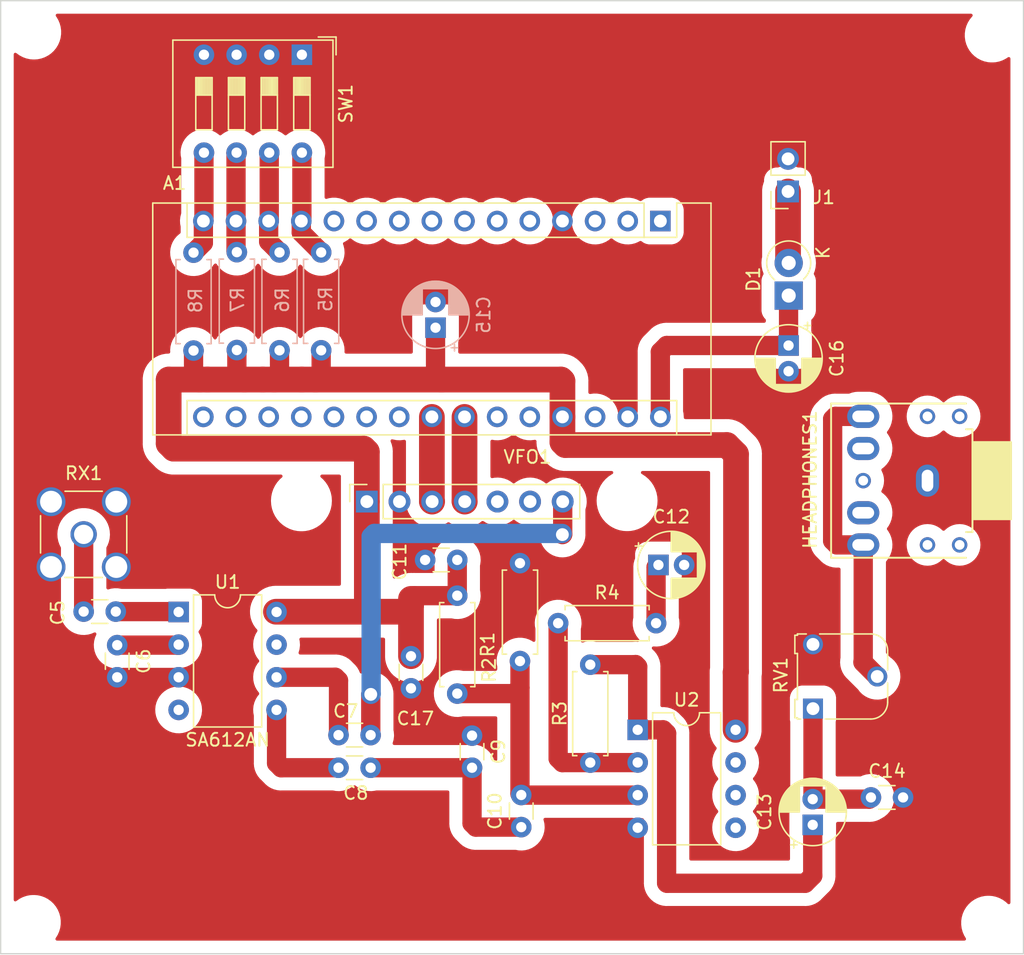
<source format=kicad_pcb>
(kicad_pcb (version 20211014) (generator pcbnew)
  (layers (0 "F.Cu" signal) (31 "B.Cu" signal) (34 "B.Paste" user) (35 "F.Paste" user) (36 "B.SilkS" user "B.Silkscreen") (37 "F.SilkS" user "F.Silkscreen") (38 "B.Mask" user) (39 "F.Mask" user) (44 "Edge.Cuts" user))
  (net 0 "")
  (net 1 "GND")
  (net 5 "Net-(A1-Pad12)")
  (net 10 "Net-(A1-Pad13)")
  (net 11 "Net-(A1-Pad14)")
  (net 12 "Net-(A1-Pad15)")
  (net 13 "Net-(A1-Pad23)")
  (net 25 "+5V")
  (net 30 "Net-(A1-Pad24)")
  (net 31 "Net-(A1-Pad30)")
  (net 32 "Net-(D1-Pad2)")
  (net 33 "Net-(C5-Pad1)")
  (net 35 "Net-(C7-Pad1)")
  (net 36 "Net-(C7-Pad2)")
  (net 38 "Net-(C8-Pad1)")
  (net 39 "Net-(C10-Pad1)")
  (net 40 "Net-(C10-Pad2)")
  (net 41 "Net-(C13-Pad2)")
  (net 42 "Net-(R3-Pad1)")
  (net 43 "Net-(C13-Pad1)")
  (net 44 "Net-(C12-Pad1)")
  (net 45 "Net-(HEADPHONES1-PadR)")
  (net 46 "Net-(C5-Pad2)")
  (net 47 "Net-(C6-Pad1)")
  (footprint "Connector_PinSocket_2.54mm:PinSocket_1x07_P2.54mm_Vertical" (layer "F.Cu") (at 101.935 104.69 90)
    (fp_text reference "VFO1" (at 3.47 12.5 180) (layer "F.SilkS"))
    (fp_text value "SI5351 Module (VFO)" hide)
    (pad "1" thru_hole rect locked (at 0 0 90) (size 1.7 1.7) (drill 1) (layers *.Cu *.Mask) (net 25 "+5V"))
    (pad "2" thru_hole oval locked (at 0 2.54 90) (size 1.7 1.7) (drill 1) (layers *.Cu *.Mask) (net 1 "GND"))
    (pad "3" thru_hole oval locked (at 0 5.08 90) (size 1.7 1.7) (drill 1) (layers *.Cu *.Mask) (net 13 "Net-(A1-Pad23)"))
    (pad "4" thru_hole oval locked (at 0 7.62 90) (size 1.7 1.7) (drill 1) (layers *.Cu *.Mask) (net 30 "Net-(A1-Pad24)"))
    (pad "5" thru_hole oval locked (at 0 10.16 90) (size 1.7 1.7) (drill 1) (layers *.Cu *.Mask))
    (pad "6" thru_hole oval locked (at 0 12.7 90) (size 1.7 1.7) (drill 1) (layers *.Cu *.Mask))
    (pad "7" thru_hole oval locked (at 0 15.24 90) (size 1.7 1.7) (drill 1) (layers *.Cu *.Mask) (net 36 "Net-(C7-Pad2)"))
  )
  (footprint "MountingHole:MountingHole_2.2mm_M2" (layer "F.Cu") (at 150.3 137.48)
    (fp_text reference "H4" hide)
    (fp_text value "MountingHole" hide)
    (pad "" np_thru_hole circle (at 0 0) (size 2.2 2.2) (drill 2.2) (layers *.Cu *.Mask))
  )
  (footprint "Capacitor_THT:CP_Radial_D5.0mm_P2.00mm" (layer "F.Cu") (at 124.624888 109.62)
    (fp_text reference "C12" (at 1 -3.75) (layer "F.SilkS"))
    (fp_text value "1uF/16V" hide)
    (pad "1" thru_hole rect (at 0 0) (size 1.6 1.6) (drill 0.8) (layers *.Cu *.Mask) (net 44 "Net-(C12-Pad1)"))
    (pad "2" thru_hole circle (at 2 0) (size 1.6 1.6) (drill 0.8) (layers *.Cu *.Mask) (net 1 "GND"))
  )
  (footprint "MountingHole:MountingHole_2.7mm_M2.5" (layer "F.Cu") (at 96.845 104.63)
    (fp_text reference "S1" hide)
    (fp_text value "MountingHole" hide)
    (pad "" np_thru_hole circle (at 0 0) (size 2.7 2.7) (drill 2.7) (layers *.Cu *.Mask))
  )
  (footprint "MountingHole:MountingHole_2.7mm_M2.5" (layer "F.Cu") (at 122.185 104.62)
    (fp_text reference "S2" hide)
    (fp_text value "MountingHole" hide)
    (pad "" np_thru_hole circle (at 0 0) (size 2.7 2.7) (drill 2.7) (layers *.Cu *.Mask))
  )
  (footprint "Capacitor_THT:C_Disc_D3.0mm_W1.6mm_P2.50mm" (layer "F.Cu") (at 82.51 115.86 -90)
    (fp_text reference "C6" (at 1.25 -2.05 90) (layer "F.SilkS"))
    (fp_text value "10nF")
    (pad "1" thru_hole circle (at 0 0 270) (size 1.6 1.6) (drill 0.8) (layers *.Cu *.Mask) (net 47 "Net-(C6-Pad1)"))
    (pad "2" thru_hole circle (at 2.5 0 270) (size 1.6 1.6) (drill 0.8) (layers *.Cu *.Mask) (net 1 "GND"))
  )
  (footprint "Resistor_THT:R_Axial_DIN0207_L6.3mm_D2.5mm_P7.62mm_Horizontal" (layer "F.Cu") (at 119.32 125 90)
    (fp_text reference "R3" (at 3.81 -2.37 90) (layer "F.SilkS"))
    (fp_text value "560K" hide)
    (pad "1" thru_hole circle (at 0 0 90) (size 1.6 1.6) (drill 0.8) (layers *.Cu *.Mask) (net 42 "Net-(R3-Pad1)"))
    (pad "2" thru_hole oval (at 7.62 0 90) (size 1.6 1.6) (drill 0.8) (layers *.Cu *.Mask) (net 43 "Net-(C13-Pad1)"))
  )
  (footprint "Capacitor_THT:CP_Radial_D5.0mm_P2.00mm" (layer "F.Cu") (at 136.63 129.845112 90)
    (fp_text reference "C13" (at 1 -3.75 90) (layer "F.SilkS"))
    (fp_text value "2.2uF/16V" hide)
    (pad "1" thru_hole rect (at 0 0 90) (size 1.6 1.6) (drill 0.8) (layers *.Cu *.Mask) (net 43 "Net-(C13-Pad1)"))
    (pad "2" thru_hole circle (at 2 0 90) (size 1.6 1.6) (drill 0.8) (layers *.Cu *.Mask) (net 41 "Net-(C13-Pad2)"))
  )
  (footprint "Package_DIP:DIP-8_W7.62mm" (layer "F.Cu") (at 123.01 122.45)
    (fp_text reference "U2" (at 3.81 -2.33) (layer "F.SilkS"))
    (fp_text value "LM358")
    (pad "1" thru_hole rect (at 0 0) (size 1.6 1.6) (drill 0.8) (layers *.Cu *.Mask) (net 43 "Net-(C13-Pad1)"))
    (pad "2" thru_hole oval (at 0 2.54) (size 1.6 1.6) (drill 0.8) (layers *.Cu *.Mask) (net 42 "Net-(R3-Pad1)"))
    (pad "3" thru_hole oval (at 0 5.08) (size 1.6 1.6) (drill 0.8) (layers *.Cu *.Mask) (net 40 "Net-(C10-Pad2)"))
    (pad "4" thru_hole oval (at 0 7.62) (size 1.6 1.6) (drill 0.8) (layers *.Cu *.Mask) (net 1 "GND"))
    (pad "5" thru_hole oval (at 7.62 7.62) (size 1.6 1.6) (drill 0.8) (layers *.Cu *.Mask))
    (pad "6" thru_hole oval (at 7.62 5.08) (size 1.6 1.6) (drill 0.8) (layers *.Cu *.Mask))
    (pad "7" thru_hole oval (at 7.62 2.54) (size 1.6 1.6) (drill 0.8) (layers *.Cu *.Mask))
    (pad "8" thru_hole oval (at 7.62 0) (size 1.6 1.6) (drill 0.8) (layers *.Cu *.Mask) (net 25 "+5V"))
  )
  (footprint "Capacitor_THT:C_Disc_D3.0mm_W1.6mm_P2.50mm" (layer "F.Cu") (at 108.97 109.23 180)
    (fp_text reference "C11" (at 4.48 -0.14 90) (layer "F.SilkS"))
    (fp_text value "100nF" hide)
    (pad "1" thru_hole circle (at 0 0 180) (size 1.6 1.6) (drill 0.8) (layers *.Cu *.Mask) (net 25 "+5V"))
    (pad "2" thru_hole circle (at 2.5 0 180) (size 1.6 1.6) (drill 0.8) (layers *.Cu *.Mask) (net 1 "GND"))
  )
  (footprint "Capacitor_THT:CP_Radial_D5.0mm_P2.00mm" (layer "F.Cu") (at 134.75 92.544888 -90)
    (fp_text reference "C16" (at 1 -3.75 90) (layer "F.SilkS"))
    (fp_text value "100uF/16V")
    (pad "1" thru_hole rect (at 0 0 270) (size 1.6 1.6) (drill 0.8) (layers *.Cu *.Mask) (net 31 "Net-(A1-Pad30)"))
    (pad "2" thru_hole circle (at 2 0 270) (size 1.6 1.6) (drill 0.8) (layers *.Cu *.Mask) (net 1 "GND"))
  )
  (footprint "MountingHole:MountingHole_2.2mm_M2" (layer "F.Cu") (at 150.58 68.4)
    (fp_text reference "H2" hide)
    (fp_text value "MountingHole" hide)
    (pad "" np_thru_hole circle (at 0 0) (size 2.2 2.2) (drill 2.2) (layers *.Cu *.Mask))
  )
  (footprint "Resistor_THT:R_Axial_DIN0207_L6.3mm_D2.5mm_P7.62mm_Horizontal" (layer "F.Cu") (at 108.97 112.01 -90)
    (fp_text reference "R1" (at 3.81 -2.37 -90) (layer "F.SilkS"))
    (fp_text value "120K")
    (pad "1" thru_hole circle (at 0 0 270) (size 1.6 1.6) (drill 0.8) (layers *.Cu *.Mask) (net 25 "+5V"))
    (pad "2" thru_hole oval (at 7.62 0 270) (size 1.6 1.6) (drill 0.8) (layers *.Cu *.Mask) (net 40 "Net-(C10-Pad2)"))
  )
  (footprint "Package_DIP:DIP-8_W7.62mm" (layer "F.Cu") (at 87.29 113.28)
    (fp_text reference "U1" (at 3.81 -2.33) (layer "F.SilkS"))
    (fp_text value "SA612AN" (at 3.81 9.95) (layer "F.SilkS"))
    (pad "1" thru_hole rect (at 0 0) (size 1.6 1.6) (drill 0.8) (layers *.Cu *.Mask) (net 46 "Net-(C5-Pad2)"))
    (pad "2" thru_hole oval (at 0 2.54) (size 1.6 1.6) (drill 0.8) (layers *.Cu *.Mask) (net 47 "Net-(C6-Pad1)"))
    (pad "3" thru_hole oval (at 0 5.08) (size 1.6 1.6) (drill 0.8) (layers *.Cu *.Mask) (net 1 "GND"))
    (pad "4" thru_hole oval (at 0 7.62) (size 1.6 1.6) (drill 0.8) (layers *.Cu *.Mask))
    (pad "5" thru_hole oval (at 7.62 7.62) (size 1.6 1.6) (drill 0.8) (layers *.Cu *.Mask) (net 38 "Net-(C8-Pad1)"))
    (pad "6" thru_hole oval (at 7.62 5.08) (size 1.6 1.6) (drill 0.8) (layers *.Cu *.Mask) (net 35 "Net-(C7-Pad1)"))
    (pad "7" thru_hole oval (at 7.62 2.54) (size 1.6 1.6) (drill 0.8) (layers *.Cu *.Mask))
    (pad "8" thru_hole oval (at 7.62 0) (size 1.6 1.6) (drill 0.8) (layers *.Cu *.Mask) (net 25 "+5V"))
  )
  (footprint "Capacitor_THT:C_Disc_D3.0mm_W1.6mm_P2.50mm" (layer "F.Cu") (at 141.16 127.71)
    (fp_text reference "C14" (at 1.25 -2.05) (layer "F.SilkS"))
    (fp_text value "10nF" hide)
    (pad "1" thru_hole circle (at 0 0) (size 1.6 1.6) (drill 0.8) (layers *.Cu *.Mask) (net 41 "Net-(C13-Pad2)"))
    (pad "2" thru_hole circle (at 2.5 0) (size 1.6 1.6) (drill 0.8) (layers *.Cu *.Mask) (net 1 "GND"))
  )
  (footprint "Button_Switch_THT:SW_DIP_SPSTx04_Slide_9.78x12.34mm_W7.62mm_P2.54mm" (layer "F.Cu") (at 96.88 69.92 -90)
    (fp_text reference "SW1" (at 3.81 -3.42 90) (layer "F.SilkS"))
    (fp_text value "SW_DIP_x04")
    (pad "1" thru_hole rect (at 0 0 270) (size 1.6 1.6) (drill 0.8) (layers *.Cu *.Mask) (net 1 "GND"))
    (pad "2" thru_hole oval (at 0 2.54 270) (size 1.6 1.6) (drill 0.8) (layers *.Cu *.Mask) (net 1 "GND"))
    (pad "3" thru_hole oval (at 0 5.08 270) (size 1.6 1.6) (drill 0.8) (layers *.Cu *.Mask) (net 1 "GND"))
    (pad "4" thru_hole oval (at 0 7.62 270) (size 1.6 1.6) (drill 0.8) (layers *.Cu *.Mask) (net 1 "GND"))
    (pad "5" thru_hole oval (at 7.62 7.62 270) (size 1.6 1.6) (drill 0.8) (layers *.Cu *.Mask) (net 12 "Net-(A1-Pad15)"))
    (pad "6" thru_hole oval (at 7.62 5.08 270) (size 1.6 1.6) (drill 0.8) (layers *.Cu *.Mask) (net 11 "Net-(A1-Pad14)"))
    (pad "7" thru_hole oval (at 7.62 2.54 270) (size 1.6 1.6) (drill 0.8) (layers *.Cu *.Mask) (net 10 "Net-(A1-Pad13)"))
    (pad "8" thru_hole oval (at 7.62 0 270) (size 1.6 1.6) (drill 0.8) (layers *.Cu *.Mask) (net 5 "Net-(A1-Pad12)"))
  )
  (footprint "Connector_Coaxial:SMA_Amphenol_901-144_Vertical" (layer "F.Cu") (at 79.9 107.24)
    (fp_text reference "RX1" (at 0 -4.75) (layer "F.SilkS"))
    (fp_text value "SMA")
    (pad "1" thru_hole circle (at 0 0) (size 2.05 2.05) (drill 1.5) (layers *.Cu *.Mask) (net 33 "Net-(C5-Pad1)"))
    (pad "2" thru_hole circle (at -2.54 -2.54) (size 2.25 2.25) (drill 1.7) (layers *.Cu *.Mask) (net 1 "GND"))
    (pad "2" thru_hole circle (at 2.54 2.54) (size 2.25 2.25) (drill 1.7) (layers *.Cu *.Mask) (net 1 "GND"))
    (pad "2" thru_hole circle (at 2.54 -2.54) (size 2.25 2.25) (drill 1.7) (layers *.Cu *.Mask) (net 1 "GND"))
    (pad "2" thru_hole circle (at -2.54 2.54) (size 2.25 2.25) (drill 1.7) (layers *.Cu *.Mask) (net 1 "GND"))
  )
  (footprint "Capacitor_THT:C_Disc_D3.0mm_W1.6mm_P2.50mm" (layer "F.Cu") (at 110.12 122.9 -90)
    (fp_text reference "C9" (at 1.25 -2.05 90) (layer "F.SilkS"))
    (fp_text value "10nF" hide)
    (pad "1" thru_hole circle (at 0 0 270) (size 1.6 1.6) (drill 0.8) (layers *.Cu *.Mask) (net 1 "GND"))
    (pad "2" thru_hole circle (at 2.5 0 270) (size 1.6 1.6) (drill 0.8) (layers *.Cu *.Mask) (net 39 "Net-(C10-Pad1)"))
  )
  (footprint "MountingHole:MountingHole_2.2mm_M2" (layer "F.Cu") (at 76 137.42)
    (fp_text reference "H3" hide)
    (fp_text value "MountingHole" hide)
    (pad "" np_thru_hole circle (at 0 0) (size 2.2 2.2) (drill 2.2) (layers *.Cu *.Mask))
  )
  (footprint "footprints:PJ-307" (layer "F.Cu") (at 142.56 103.06 180)
    (fp_text reference "HEADPHONES1" (at 6.14 0.08 90) (layer "F.SilkS"))
    (fp_text value "AudioJack3_SwitchTR" hide)
    (pad "" np_thru_hole circle (at -3 5 180) (size 1.2 1.2) (drill 0.762) (layers *.Cu *.Mask))
    (pad "" np_thru_hole circle (at 2 0 180) (size 1.2 1.2) (drill 0.762) (layers *.Cu *.Mask))
    (pad "" np_thru_hole circle (at -5.5 5 180) (size 1.2 1.2) (drill 0.762) (layers *.Cu *.Mask))
    (pad "" np_thru_hole circle (at -5.5 -5 180) (size 1.2 1.2) (drill 0.762) (layers *.Cu *.Mask))
    (pad "" np_thru_hole circle (at -3 -5 180) (size 1.2 1.2) (drill 0.762) (layers *.Cu *.Mask))
    (pad "R" thru_hole oval (at 2 -5 180) (size 2.5 1.8) (drill oval 1.7 0.9) (layers *.Cu *.Mask) (net 45 "Net-(HEADPHONES1-PadR)"))
    (pad "RN" thru_hole oval (at 2 -2.5 180) (size 2.5 1.8) (drill oval 1.7 0.9) (layers *.Cu *.Mask))
    (pad "S" thru_hole oval (at -3 0 270) (size 2.5 1.8) (drill oval 1.7 0.9) (layers *.Cu *.Mask) (net 1 "GND"))
    (pad "T" thru_hole oval (at 2 5 180) (size 2.5 1.8) (drill oval 1.7 0.9) (layers *.Cu *.Mask) (net 45 "Net-(HEADPHONES1-PadR)"))
    (pad "TN" thru_hole oval (at 2 2.5 180) (size 2.5 1.8) (drill oval 1.7 0.9) (layers *.Cu *.Mask))
  )
  (footprint "Potentiometer_THT:Potentiometer_Runtron_RM-065_Vertical" (layer "F.Cu") (at 136.65 120.8 90)
    (fp_text reference "RV1" (at 2.6 -2.5 90) (layer "F.SilkS"))
    (fp_text value "10k")
    (pad "1" thru_hole rect (at 0 0 90) (size 1.56 1.56) (drill 1) (layers *.Cu *.Mask) (net 41 "Net-(C13-Pad2)"))
    (pad "2" thru_hole circle (at 2.5 5 90) (size 1.56 1.56) (drill 1) (layers *.Cu *.Mask) (net 45 "Net-(HEADPHONES1-PadR)"))
    (pad "3" thru_hole circle (at 5 0 90) (size 1.56 1.56) (drill 1) (layers *.Cu *.Mask) (net 1 "GND"))
  )
  (footprint "Capacitor_THT:C_Disc_D3.0mm_W1.6mm_P2.50mm" (layer "F.Cu") (at 113.95 130.02 90)
    (fp_text reference "C10" (at 1.25 -2.05 90) (layer "F.SilkS"))
    (fp_text value "100nF")
    (pad "1" thru_hole circle (at 0 0 90) (size 1.6 1.6) (drill 0.8) (layers *.Cu *.Mask) (net 39 "Net-(C10-Pad1)"))
    (pad "2" thru_hole circle (at 2.5 0 90) (size 1.6 1.6) (drill 0.8) (layers *.Cu *.Mask) (net 40 "Net-(C10-Pad2)"))
  )
  (footprint "Resistor_THT:R_Axial_DIN0207_L6.3mm_D2.5mm_P7.62mm_Horizontal" (layer "F.Cu") (at 116.82 114.15)
    (fp_text reference "R4" (at 3.81 -2.37) (layer "F.SilkS"))
    (fp_text value "10K" hide)
    (pad "1" thru_hole circle (at 0 0) (size 1.6 1.6) (drill 0.8) (layers *.Cu *.Mask) (net 42 "Net-(R3-Pad1)"))
    (pad "2" thru_hole oval (at 7.62 0) (size 1.6 1.6) (drill 0.8) (layers *.Cu *.Mask) (net 44 "Net-(C12-Pad1)"))
  )
  (footprint "Diode_THT:D_DO-41_SOD81_P2.54mm_Vertical_KathodeUp" (layer "F.Cu") (at 134.76 88.66 90)
    (fp_text reference "D1" (at 1.27 -2.750635 90) (layer "F.SilkS"))
    (fp_text value "1N4001" hide)
    (fp_text user "K" (at 3.34 2.67 90) (layer "F.SilkS"))
    (pad "1" thru_hole rect (at 0 0 90) (size 2.2 2.2) (drill 1.1) (layers *.Cu *.Mask) (net 31 "Net-(A1-Pad30)"))
    (pad "2" thru_hole oval (at 2.54 0 90) (size 2.2 2.2) (drill 1.1) (layers *.Cu *.Mask) (net 32 "Net-(D1-Pad2)"))
  )
  (footprint "MountingHole:MountingHole_2.2mm_M2" (layer "F.Cu") (at 76.03 68.17)
    (fp_text reference "H1" hide)
    (fp_text value "MountingHole" hide)
    (pad "" np_thru_hole circle (at 0 0) (size 2.2 2.2) (drill 2.2) (layers *.Cu *.Mask))
  )
  (footprint "Capacitor_THT:C_Disc_D3.0mm_W1.6mm_P2.50mm" (layer "F.Cu") (at 99.73 122.86)
    (fp_text reference "C7" (at 0.56 -1.87) (layer "F.SilkS"))
    (fp_text value "33pF" hide)
    (pad "1" thru_hole circle (at 0 0) (size 1.6 1.6) (drill 0.8) (layers *.Cu *.Mask) (net 35 "Net-(C7-Pad1)"))
    (pad "2" thru_hole circle (at 2.5 0) (size 1.6 1.6) (drill 0.8) (layers *.Cu *.Mask) (net 36 "Net-(C7-Pad2)"))
  )
  (footprint "Capacitor_THT:C_Disc_D3.0mm_W1.6mm_P2.50mm" (layer "F.Cu") (at 99.73 125.4)
    (fp_text reference "C8" (at 1.35 1.97) (layer "F.SilkS"))
    (fp_text value "100nF" hide)
    (pad "1" thru_hole circle (at 0 0) (size 1.6 1.6) (drill 0.8) (layers *.Cu *.Mask) (net 38 "Net-(C8-Pad1)"))
    (pad "2" thru_hole circle (at 2.5 0) (size 1.6 1.6) (drill 0.8) (layers *.Cu *.Mask) (net 39 "Net-(C10-Pad1)"))
  )
  (footprint "Resistor_THT:R_Axial_DIN0207_L6.3mm_D2.5mm_P7.62mm_Horizontal" (layer "F.Cu") (at 113.85 117.1 90)
    (fp_text reference "R2" (at -0.7 -2.4 90) (layer "F.SilkS"))
    (fp_text value "120K" hide)
    (pad "1" thru_hole circle (at 0 0 90) (size 1.6 1.6) (drill 0.8) (layers *.Cu *.Mask) (net 40 "Net-(C10-Pad2)"))
    (pad "2" thru_hole oval (at 7.62 0 90) (size 1.6 1.6) (drill 0.8) (layers *.Cu *.Mask) (net 1 "GND"))
  )
  (footprint "Capacitor_THT:C_Disc_D3.0mm_W1.6mm_P2.50mm" (layer "F.Cu") (at 105.37 116.72 -90)
    (fp_text reference "C17" (at 4.85 -0.34 180) (layer "F.SilkS"))
    (fp_text value "100nF" hide)
    (pad "1" thru_hole circle (at 0 0 270) (size 1.6 1.6) (drill 0.8) (layers *.Cu *.Mask) (net 25 "+5V"))
    (pad "2" thru_hole circle (at 2.5 0 270) (size 1.6 1.6) (drill 0.8) (layers *.Cu *.Mask) (net 1 "GND"))
  )
  (footprint "Capacitor_THT:C_Disc_D3.0mm_W1.6mm_P2.50mm" (layer "F.Cu") (at 79.9 113.25)
    (fp_text reference "C5" (at -2.02 0.09 90) (layer "F.SilkS"))
    (fp_text value "100nF" hide)
    (pad "1" thru_hole circle (at 0 0) (size 1.6 1.6) (drill 0.8) (layers *.Cu *.Mask) (net 33 "Net-(C5-Pad1)"))
    (pad "2" thru_hole circle (at 2.5 0) (size 1.6 1.6) (drill 0.8) (layers *.Cu *.Mask) (net 46 "Net-(C5-Pad2)"))
  )
  (footprint "Connector_PinSocket_2.54mm:PinSocket_1x02_P2.54mm_Vertical" (layer "F.Cu") (at 134.71 80.56 180)
    (fp_text reference "J1" (at -2.78 -0.46) (layer "F.SilkS"))
    (fp_text value "Jack-DC (6V to 12V)")
    (pad "1" thru_hole rect (at 0 0 180) (size 1.7 1.7) (drill 1) (layers *.Cu *.Mask) (net 32 "Net-(D1-Pad2)"))
    (pad "2" thru_hole oval (at 0 2.54 180) (size 1.7 1.7) (drill 1) (layers *.Cu *.Mask) (net 1 "GND"))
  )
  (footprint "Module:Arduino_Nano" (layer "F.Cu") (at 124.775 82.86 -90)
    (fp_text reference "A1" (at -2.95 37.8 180) (layer "F.SilkS"))
    (fp_text value "Nano_v3")
    (pad "1" thru_hole rect (at 0 0 270) (size 1.6 1.6) (drill 1) (layers *.Cu *.Mask))
    (pad "2" thru_hole oval (at 0 2.54 270) (size 1.6 1.6) (drill 1) (layers *.Cu *.Mask))
    (pad "3" thru_hole oval (at 0 5.08 270) (size 1.6 1.6) (drill 1) (layers *.Cu *.Mask))
    (pad "4" thru_hole oval (at 0 7.62 270) (size 1.6 1.6) (drill 1) (layers *.Cu *.Mask) (net 1 "GND"))
    (pad "5" thru_hole oval (at 0 10.16 270) (size 1.6 1.6) (drill 1) (layers *.Cu *.Mask))
    (pad "6" thru_hole oval (at 0 12.7 270) (size 1.6 1.6) (drill 1) (layers *.Cu *.Mask))
    (pad "7" thru_hole oval (at 0 15.24 270) (size 1.6 1.6) (drill 1) (layers *.Cu *.Mask))
    (pad "8" thru_hole oval (at 0 17.78 270) (size 1.6 1.6) (drill 1) (layers *.Cu *.Mask))
    (pad "9" thru_hole oval (at 0 20.32 270) (size 1.6 1.6) (drill 1) (layers *.Cu *.Mask))
    (pad "10" thru_hole oval (at 0 22.86 270) (size 1.6 1.6) (drill 1) (layers *.Cu *.Mask))
    (pad "11" thru_hole oval (at 0 25.4 270) (size 1.6 1.6) (drill 1) (layers *.Cu *.Mask))
    (pad "12" thru_hole oval (at 0 27.94 270) (size 1.6 1.6) (drill 1) (layers *.Cu *.Mask) (net 5 "Net-(A1-Pad12)"))
    (pad "13" thru_hole oval (at 0 30.48 270) (size 1.6 1.6) (drill 1) (layers *.Cu *.Mask) (net 10 "Net-(A1-Pad13)"))
    (pad "14" thru_hole oval (at 0 33.02 270) (size 1.6 1.6) (drill 1) (layers *.Cu *.Mask) (net 11 "Net-(A1-Pad14)"))
    (pad "15" thru_hole oval (at 0 35.56 270) (size 1.6 1.6) (drill 1) (layers *.Cu *.Mask) (net 12 "Net-(A1-Pad15)"))
    (pad "16" thru_hole oval (at 15.24 35.56 270) (size 1.6 1.6) (drill 1) (layers *.Cu *.Mask))
    (pad "17" thru_hole oval (at 15.24 33.02 270) (size 1.6 1.6) (drill 1) (layers *.Cu *.Mask))
    (pad "18" thru_hole oval (at 15.24 30.48 270) (size 1.6 1.6) (drill 1) (layers *.Cu *.Mask))
    (pad "19" thru_hole oval (at 15.24 27.94 270) (size 1.6 1.6) (drill 1) (layers *.Cu *.Mask))
    (pad "20" thru_hole oval (at 15.24 25.4 270) (size 1.6 1.6) (drill 1) (layers *.Cu *.Mask))
    (pad "21" thru_hole oval (at 15.24 22.86 270) (size 1.6 1.6) (drill 1) (layers *.Cu *.Mask))
    (pad "22" thru_hole oval (at 15.24 20.32 270) (size 1.6 1.6) (drill 1) (layers *.Cu *.Mask))
    (pad "23" thru_hole oval (at 15.24 17.78 270) (size 1.6 1.6) (drill 1) (layers *.Cu *.Mask) (net 13 "Net-(A1-Pad23)"))
    (pad "24" thru_hole oval (at 15.24 15.24 270) (size 1.6 1.6) (drill 1) (layers *.Cu *.Mask) (net 30 "Net-(A1-Pad24)"))
    (pad "25" thru_hole oval (at 15.24 12.7 270) (size 1.6 1.6) (drill 1) (layers *.Cu *.Mask))
    (pad "26" thru_hole oval (at 15.24 10.16 270) (size 1.6 1.6) (drill 1) (layers *.Cu *.Mask))
    (pad "27" thru_hole oval (at 15.24 7.62 270) (size 1.6 1.6) (drill 1) (layers *.Cu *.Mask) (net 25 "+5V"))
    (pad "28" thru_hole oval (at 15.24 5.08 270) (size 1.6 1.6) (drill 1) (layers *.Cu *.Mask))
    (pad "29" thru_hole oval (at 15.24 2.54 270) (size 1.6 1.6) (drill 1) (layers *.Cu *.Mask) (net 1 "GND"))
    (pad "30" thru_hole oval (at 15.24 0 270) (size 1.6 1.6) (drill 1) (layers *.Cu *.Mask) (net 31 "Net-(A1-Pad30)"))
  )
  (footprint "Resistor_THT:R_Axial_DIN0207_L6.3mm_D2.5mm_P7.62mm_Horizontal" (layer "B.Cu") (at 95.14 92.92 90)
    (fp_text reference "R6" (at 3.91 0.22 270) (layer "B.SilkS") (effects (justify mirror)))
    (fp_text value "10K" hide)
    (pad "1" thru_hole circle (at 0 0 90) (size 1.6 1.6) (drill 0.8) (layers *.Cu *.Mask) (net 25 "+5V"))
    (pad "2" thru_hole oval (at 7.62 0 90) (size 1.6 1.6) (drill 0.8) (layers *.Cu *.Mask) (net 10 "Net-(A1-Pad13)"))
  )
  (footprint "Resistor_THT:R_Axial_DIN0207_L6.3mm_D2.5mm_P7.62mm_Horizontal" (layer "B.Cu") (at 88.45 92.94 90)
    (fp_text reference "R8" (at 3.9 0.15 270) (layer "B.SilkS") (effects (justify mirror)))
    (fp_text value "10K" hide)
    (pad "1" thru_hole circle (at 0 0 90) (size 1.6 1.6) (drill 0.8) (layers *.Cu *.Mask) (net 25 "+5V"))
    (pad "2" thru_hole oval (at 7.62 0 90) (size 1.6 1.6) (drill 0.8) (layers *.Cu *.Mask) (net 12 "Net-(A1-Pad15)"))
  )
  (footprint "Resistor_THT:R_Axial_DIN0207_L6.3mm_D2.5mm_P7.62mm_Horizontal" (layer "B.Cu") (at 91.82 92.9 90)
    (fp_text reference "R7" (at 3.91 0.05 270) (layer "B.SilkS") (effects (justify mirror)))
    (fp_text value "10K" hide)
    (pad "1" thru_hole circle (at 0 0 90) (size 1.6 1.6) (drill 0.8) (layers *.Cu *.Mask) (net 25 "+5V"))
    (pad "2" thru_hole oval (at 7.62 0 90) (size 1.6 1.6) (drill 0.8) (layers *.Cu *.Mask) (net 11 "Net-(A1-Pad14)"))
  )
  (footprint "Resistor_THT:R_Axial_DIN0207_L6.3mm_D2.5mm_P7.62mm_Horizontal" (layer "B.Cu") (at 98.38 92.92 90)
    (fp_text reference "R5" (at 3.98 0.35 270) (layer "B.SilkS") (effects (justify mirror)))
    (fp_text value "10K" hide)
    (pad "1" thru_hole circle (at 0 0 90) (size 1.6 1.6) (drill 0.8) (layers *.Cu *.Mask) (net 25 "+5V"))
    (pad "2" thru_hole oval (at 7.62 0 90) (size 1.6 1.6) (drill 0.8) (layers *.Cu *.Mask) (net 5 "Net-(A1-Pad12)"))
  )
  (footprint "Capacitor_THT:CP_Radial_D5.0mm_P2.00mm" (layer "B.Cu") (at 107.28 91.16 90)
    (fp_text reference "C15" (at 1 3.75 90) (layer "B.SilkS") (effects (justify mirror)))
    (fp_text value "100uF/16V")
    (pad "1" thru_hole rect (at 0 0 90) (size 1.6 1.6) (drill 0.8) (layers *.Cu *.Mask) (net 25 "+5V"))
    (pad "2" thru_hole circle (at 2 0 90) (size 1.6 1.6) (drill 0.8) (layers *.Cu *.Mask) (net 1 "GND"))
  )
  (gr_rect (start 73.44 65.71) (end 153.03 139.87) (layer "Edge.Cuts") (width 0.1) (fill none))
  (segment (start 96.835 83.755) (end 98.38 85.3) (width 1.5) (layer "F.Cu") (net 5))
  (segment (start 96.88 82.815) (end 96.835 82.86) (width 1.5) (layer "F.Cu") (net 5))
  (segment (start 96.835 82.86) (end 96.835 83.755) (width 1.5) (layer "F.Cu") (net 5))
  (segment (start 96.88 77.54) (end 96.88 82.815) (width 1.5) (layer "F.Cu") (net 5))
  (segment (start 94.295 82.86) (end 94.295 84.455) (width 1.5) (layer "F.Cu") (net 10))
  (segment (start 94.34 77.54) (end 94.34 82.815) (width 1.5) (layer "F.Cu") (net 10))
  (segment (start 94.34 82.815) (end 94.295 82.86) (width 1.5) (layer "F.Cu") (net 10))
  (segment (start 94.295 84.455) (end 95.14 85.3) (width 1.5) (layer "F.Cu") (net 10))
  (segment (start 91.755 77.585) (end 91.8 77.54) (width 1.5) (layer "F.Cu") (net 11))
  (segment (start 91.755 85.215) (end 91.82 85.28) (width 1.5) (layer "F.Cu") (net 11))
  (segment (start 91.755 82.86) (end 91.755 77.585) (width 1.5) (layer "F.Cu") (net 11))
  (segment (start 91.755 82.86) (end 91.755 85.215) (width 1.5) (layer "F.Cu") (net 11))
  (segment (start 89.26 77.54) (end 89.26 82.815) (width 1.5) (layer "F.Cu") (net 12))
  (segment (start 89.26 82.815) (end 89.215 82.86) (width 1.5) (layer "F.Cu") (net 12))
  (segment (start 89.215 84.555) (end 88.45 85.32) (width 1.5) (layer "F.Cu") (net 12))
  (segment (start 89.215 82.86) (end 89.215 84.555) (width 1.5) (layer "F.Cu") (net 12))
  (segment (start 106.995 98.1) (end 106.995 104.67) (width 2) (layer "F.Cu") (net 13))
  (segment (start 106.995 104.67) (end 107.015 104.69) (width 2) (layer "F.Cu") (net 13))
  (segment (start 101.935 104.69) (end 101.935 100.82) (width 2) (layer "F.Cu") (net 25))
  (segment (start 105.62 112.01) (end 108.97 112.01) (width 1.5) (layer "F.Cu") (net 25))
  (segment (start 95.14 92.92) (end 95.14 94.78) (width 1.5) (layer "F.Cu") (net 25))
  (segment (start 107.28 91.16) (end 107.28 94.73) (width 1.5) (layer "F.Cu") (net 25))
  (segment (start 89.535 95.195) (end 92.395 95.195) (width 2) (layer "F.Cu") (net 25))
  (segment (start 101.685 100.57) (end 86.905 100.57) (width 2) (layer "F.Cu") (net 25))
  (segment (start 101.935 100.82) (end 101.685 100.57) (width 2) (layer "F.Cu") (net 25))
  (segment (start 130.66 117.94) (end 130.66 101) (width 2) (layer "F.Cu") (net 25))
  (segment (start 97.945 95.195) (end 107.745 95.195) (width 2) (layer "F.Cu") (net 25))
  (segment (start 91.82 92.9) (end 91.82 94.62) (width 1.5) (layer "F.Cu") (net 25))
  (segment (start 88.45 94.7) (end 88.945 95.195) (width 1.5) (layer "F.Cu") (net 25))
  (segment (start 117.155 100.065) (end 117.155 98.1) (width 2) (layer "F.Cu") (net 25))
  (segment (start 98.38 92.92) (end 98.38 94.76) (width 1.5) (layer "F.Cu") (net 25))
  (segment (start 105.37 116.72) (end 105.37 112.77) (width 2) (layer "F.Cu") (net 25))
  (segment (start 104.88 113.26) (end 105.37 112.77) (width 2) (layer "F.Cu") (net 25))
  (segment (start 117.38 100.29) (end 117.155 100.065) (width 2) (layer "F.Cu") (net 25))
  (segment (start 117.155 95.305) (end 117.155 98.1) (width 2) (layer "F.Cu") (net 25))
  (segment (start 107.745 95.195) (end 117.045 95.195) (width 2) (layer "F.Cu") (net 25))
  (segment (start 105.37 112.26) (end 105.62 112.01) (width 1.5) (layer "F.Cu") (net 25))
  (segment (start 108.97 109.23) (end 108.97 112.01) (width 1.5) (layer "F.Cu") (net 25))
  (segment (start 93.835 95.195) (end 94.725 95.195) (width 2) (layer "F.Cu") (net 25))
  (segment (start 94.86 113.26) (end 101.57 113.26) (width 2) (layer "F.Cu") (net 25))
  (segment (start 101.57 113.26) (end 104.88 113.26) (width 2) (layer "F.Cu") (net 25))
  (segment (start 94.725 95.195) (end 96.875 95.195) (width 2) (layer "F.Cu") (net 25))
  (segment (start 130.63 117.97) (end 130.63 122.45) (width 2) (layer "F.Cu") (net 25))
  (segment (start 105.37 112.77) (end 105.37 112.26) (width 2) (layer "F.Cu") (net 25))
  (segment (start 129.95 100.29) (end 117.38 100.29) (width 2) (layer "F.Cu") (net 25))
  (segment (start 95.14 94.78) (end 94.725 95.195) (width 1.5) (layer "F.Cu") (net 25))
  (segment (start 130.66 101) (end 129.95 100.29) (width 2) (layer "F.Cu") (net 25))
  (segment (start 91.82 94.62) (end 92.395 95.195) (width 1.5) (layer "F.Cu") (net 25))
  (segment (start 130.66 117.94) (end 130.63 117.97) (width 2) (layer "F.Cu") (net 25))
  (segment (start 86.515 95.195) (end 88.945 95.195) (width 2) (layer "F.Cu") (net 25))
  (segment (start 101.935 112.895) (end 101.57 113.26) (width 2) (layer "F.Cu") (net 25))
  (segment (start 98.38 94.76) (end 97.945 95.195) (width 1.5) (layer "F.Cu") (net 25))
  (segment (start 107.28 94.73) (end 107.745 95.195) (width 1.5) (layer "F.Cu") (net 25))
  (segment (start 96.875 95.195) (end 97.945 95.195) (width 2) (layer "F.Cu") (net 25))
  (segment (start 86.905 100.57) (end 86.515 100.18) (width 2) (layer "F.Cu") (net 25))
  (segment (start 88.945 95.195) (end 89.535 95.195) (width 2) (layer "F.Cu") (net 25))
  (segment (start 101.935 104.69) (end 101.935 112.895) (width 2) (layer "F.Cu") (net 25))
  (segment (start 92.395 95.195) (end 93.835 95.195) (width 2) (layer "F.Cu") (net 25))
  (segment (start 117.045 95.195) (end 117.155 95.305) (width 2) (layer "F.Cu") (net 25))
  (segment (start 86.515 100.18) (end 86.515 95.195) (width 2) (layer "F.Cu") (net 25))
  (segment (start 88.45 92.94) (end 88.45 94.7) (width 1.5) (layer "F.Cu") (net 25))
  (segment (start 109.535 98.1) (end 109.535 104.67) (width 2) (layer "F.Cu") (net 30))
  (segment (start 109.535 104.67) (end 109.555 104.69) (width 2) (layer "F.Cu") (net 30))
  (segment (start 134.75 92.544888) (end 125.265112 92.544888) (width 1.5) (layer "F.Cu") (net 31))
  (segment (start 134.75 92.544888) (end 134.75 88.67) (width 1.5) (layer "F.Cu") (net 31))
  (segment (start 124.775 93.035) (end 124.775 98.1) (width 1.5) (layer "F.Cu") (net 31))
  (segment (start 125.265112 92.544888) (end 124.775 93.035) (width 1.5) (layer "F.Cu") (net 31))
  (segment (start 134.71 80.56) (end 134.71 86.07) (width 2) (layer "F.Cu") (net 32))
  (segment (start 134.71 86.07) (end 134.76 86.12) (width 2) (layer "F.Cu") (net 32))
  (segment (start 79.9 113.25) (end 79.9 107.24) (width 1.5) (layer "F.Cu") (net 33))
  (segment (start 99.73 118.61) (end 99.73 122.86) (width 1.5) (layer "F.Cu") (net 35))
  (segment (start 94.91 118.36) (end 99.48 118.36) (width 1.5) (layer "F.Cu") (net 35))
  (segment (start 99.48 118.36) (end 99.73 118.61) (width 1.5) (layer "F.Cu") (net 35))
  (segment (start 102.24 122.85) (end 102.23 122.86) (width 1.5) (layer "F.Cu") (net 36))
  (segment (start 117.175 104.69) (end 117.175 107.235) (width 1.5) (layer "F.Cu") (net 36))
  (segment (start 102.24 119.69) (end 102.24 122.85) (width 1.5) (layer "F.Cu") (net 36))
  (segment (start 117.175 107.235) (end 117.15 107.26) (width 1.5) (layer "F.Cu") (net 36))
  (via (at 117.15 107.26) (size 1.2) (drill 1) (layers "F.Cu" "B.Cu") (net 36))
  (via (at 102.24 119.69) (size 1.2) (drill 1) (layers "F.Cu" "B.Cu") (net 36))
  (segment (start 102.27 119.66) (end 102.24 119.69) (width 1.5) (layer "B.Cu") (net 36))
  (segment (start 117.14 107.17) (end 102.51 107.17) (width 1.5) (layer "B.Cu") (net 36))
  (segment (start 102.51 107.17) (end 102.27 107.41) (width 1.5) (layer "B.Cu") (net 36))
  (segment (start 102.27 107.41) (end 102.27 119.66) (width 1.5) (layer "B.Cu") (net 36))
  (segment (start 95.27 125.4) (end 94.91 125.04) (width 1.5) (layer "F.Cu") (net 38))
  (segment (start 99.73 125.4) (end 95.27 125.4) (width 1.5) (layer "F.Cu") (net 38))
  (segment (start 94.91 125.04) (end 94.91 120.9) (width 1.5) (layer "F.Cu") (net 38))
  (segment (start 110.12 129.72) (end 110.42 130.02) (width 1.5) (layer "F.Cu") (net 39))
  (segment (start 110.42 130.02) (end 113.95 130.02) (width 1.5) (layer "F.Cu") (net 39))
  (segment (start 102.23 125.4) (end 110.12 125.4) (width 1.5) (layer "F.Cu") (net 39))
  (segment (start 110.12 125.4) (end 110.12 129.72) (width 1.5) (layer "F.Cu") (net 39))
  (segment (start 123.01 127.53) (end 113.96 127.53) (width 1.5) (layer "F.Cu") (net 40))
  (segment (start 113.85 119.17) (end 113.85 127.42) (width 1.5) (layer "F.Cu") (net 40))
  (segment (start 113.85 127.42) (end 113.95 127.52) (width 1.5) (layer "F.Cu") (net 40))
  (segment (start 108.97 119.63) (end 113.39 119.63) (width 1.5) (layer "F.Cu") (net 40))
  (segment (start 113.85 117.1) (end 113.85 119.17) (width 1.5) (layer "F.Cu") (net 40))
  (segment (start 113.96 127.53) (end 113.95 127.52) (width 1.5) (layer "F.Cu") (net 40))
  (segment (start 113.39 119.63) (end 113.85 119.17) (width 1.5) (layer "F.Cu") (net 40))
  (segment (start 136.65 120.8) (end 136.65 127.825112) (width 1.5) (layer "F.Cu") (net 41))
  (segment (start 136.65 127.825112) (end 136.63 127.845112) (width 1.5) (layer "F.Cu") (net 41))
  (segment (start 141.024888 127.845112) (end 141.16 127.71) (width 1.5) (layer "F.Cu") (net 41))
  (segment (start 136.63 127.845112) (end 141.024888 127.845112) (width 1.5) (layer "F.Cu") (net 41))
  (segment (start 116.82 114.15) (end 116.82 124.67) (width 1.5) (layer "F.Cu") (net 42))
  (segment (start 123 125) (end 123.01 124.99) (width 1.5) (layer "F.Cu") (net 42))
  (segment (start 117.15 125) (end 119.32 125) (width 1.5) (layer "F.Cu") (net 42))
  (segment (start 119.32 125) (end 123 125) (width 1.5) (layer "F.Cu") (net 42))
  (segment (start 116.82 124.67) (end 117.15 125) (width 1.5) (layer "F.Cu") (net 42))
  (segment (start 136.04 134.39) (end 125.29 134.39) (width 1.5) (layer "F.Cu") (net 43))
  (segment (start 125.26 134.36) (end 125.26 122.72) (width 1.5) (layer "F.Cu") (net 43))
  (segment (start 125.26 122.72) (end 124.99 122.45) (width 1.5) (layer "F.Cu") (net 43))
  (segment (start 123.01 117.54) (end 122.84 117.37) (width 1.5) (layer "F.Cu") (net 43))
  (segment (start 123.01 122.45) (end 123.01 117.54) (width 1.5) (layer "F.Cu") (net 43))
  (segment (start 136.63 133.8) (end 136.04 134.39) (width 1.5) (layer "F.Cu") (net 43))
  (segment (start 136.63 129.845112) (end 136.63 133.8) (width 1.5) (layer "F.Cu") (net 43))
  (segment (start 122.84 117.37) (end 122.83 117.38) (width 1.5) (layer "F.Cu") (net 43))
  (segment (start 125.29 134.39) (end 125.26 134.36) (width 1.5) (layer "F.Cu") (net 43))
  (segment (start 124.99 122.45) (end 123.01 122.45) (width 1.5) (layer "F.Cu") (net 43))
  (segment (start 122.83 117.38) (end 119.32 117.38) (width 1.5) (layer "F.Cu") (net 43))
  (segment (start 124.44 114.15) (end 124.44 109.804888) (width 1.5) (layer "F.Cu") (net 44))
  (segment (start 124.44 109.804888) (end 124.624888 109.62) (width 1.5) (layer "F.Cu") (net 44))
  (segment (start 138.18 98.27) (end 138.39 98.06) (width 1.5) (layer "F.Cu") (net 45))
  (segment (start 138.51 108.06) (end 138.18 107.73) (width 1.5) (layer "F.Cu") (net 45))
  (segment (start 140.56 108.06) (end 138.51 108.06) (width 1.5) (layer "F.Cu") (net 45))
  (segment (start 138.18 107.73) (end 138.18 98.27) (width 1.5) (layer "F.Cu") (net 45))
  (segment (start 140.56 117.21) (end 141.65 118.3) (width 1.5) (layer "F.Cu") (net 45))
  (segment (start 140.53 117.18) (end 141.65 118.3) (width 1.5) (layer "F.Cu") (net 45))
  (segment (start 140.56 108.06) (end 140.56 117.21) (width 1.5) (layer "F.Cu") (net 45))
  (segment (start 138.39 98.06) (end 140.56 98.06) (width 1.5) (layer "F.Cu") (net 45))
  (segment (start 82.4 113.25) (end 87.23 113.25) (width 1.5) (layer "F.Cu") (net 46))
  (segment (start 87.23 113.25) (end 87.24 113.26) (width 1.5) (layer "F.Cu") (net 46))
  (segment (start 87.18 115.86) (end 87.24 115.8) (width 1.5) (layer "F.Cu") (net 47))
  (segment (start 82.51 115.86) (end 87.18 115.86) (width 1.5) (layer "F.Cu") (net 47))
  (zone (net 1) (net_name "GND") (layer "F.Cu") (connect_pads yes (clearance 1.016)) (min_thickness 0.254) (fill yes (thermal_gap 0.508) (thermal_bridge_width 0.508))
    (polygon (pts (xy 152.878479 65.814895) (xy 152.890133 139.989809) (xy 73.431031 139.992477) (xy 73.449377 65.797563)))
  )
)
</source>
